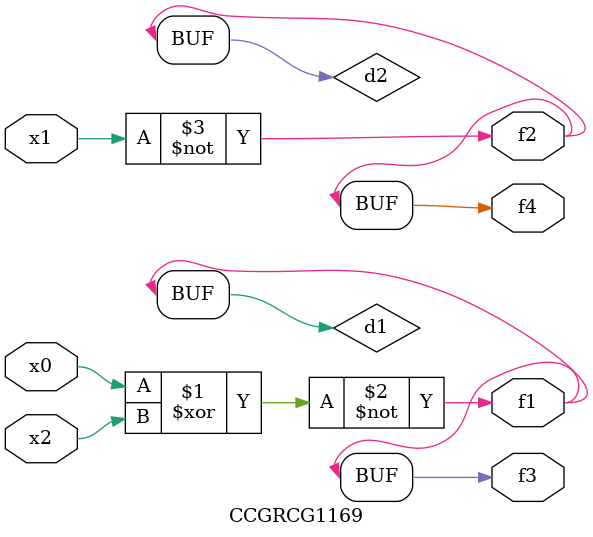
<source format=v>
module CCGRCG1169(
	input x0, x1, x2,
	output f1, f2, f3, f4
);

	wire d1, d2, d3;

	xnor (d1, x0, x2);
	nand (d2, x1);
	nor (d3, x1, x2);
	assign f1 = d1;
	assign f2 = d2;
	assign f3 = d1;
	assign f4 = d2;
endmodule

</source>
